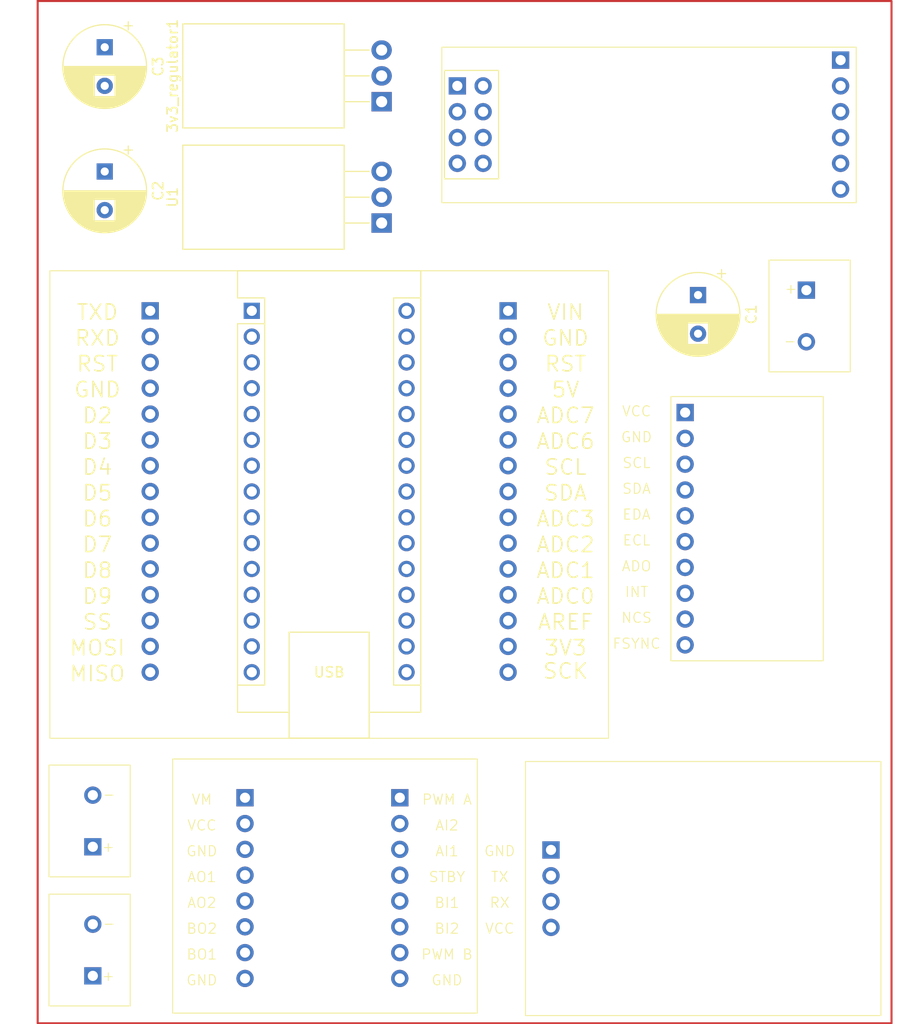
<source format=kicad_pcb>
(kicad_pcb (version 20240108) (generator "pcbnew") (generator_version "8.0")
  (layers (0 "F.Cu" signal) (31 "B.Cu" signal) (34 "B.Paste" user) (35 "F.Paste" user) (36 "B.SilkS" user "B.Silkscreen") (37 "F.SilkS" user "F.Silkscreen") (38 "B.Mask" user) (39 "F.Mask" user) (44 "Edge.Cuts" user))
  (net 0 "")
  (net 1 "Net-(3v3_regulator1-VO)")
  (net 2 "Net-(3v3_regulator1-GND)")
  (net 3 "Net-(3v3_regulator1-VI)")
  (net 4 "Net-(A1-D4)")
  (net 5 "Net-(A1-D11)")
  (net 6 "Net-(A1-A5)")
  (net 8 "Net-(A1-D6)")
  (net 11 "Net-(A1-D8)")
  (net 13 "Net-(A1-D9)")
  (net 16 "Net-(A1-D12)")
  (net 17 "Net-(A1-D2)")
  (net 19 "Net-(A1-VIN)")
  (net 20 "Net-(A1-D10)")
  (net 21 "Net-(A1-D7)")
  (net 24 "Net-(A1-A1)")
  (net 25 "Net-(A1-D3)")
  (net 27 "Net-(A1-D13)")
  (net 28 "Net-(A1-A4)")
  (net 29 "Net-(A1-A0)")
  (net 30 "Net-(A1-D5)")
  (net 34 "Net-(MOTOR_A1-Input)")
  (net 35 "Net-(MOTOR_A1-GND)")
  (net 36 "Net-(MOTOR_B1-Input)")
  (net 37 "Net-(MOTOR_B1-GND)")
  (footprint "Footprints_cez:Terminal" (layer "F.Cu") (at 84.425698 135.538 90)
    (property "Reference" "MOTOR_A1" (hide yes))
    (property "Value" "~")
    (fp_text user "+" (at -3.556 10.922 90) (layer "F.SilkS") (effects (font (thickness 0.1)) (justify left bottom)))
    (fp_text user "-" (at 2.794 11.176 180) (layer "F.SilkS") (effects (font (thickness 0.1)) (justify left bottom)))
    (pad "1" thru_hole rect (at -2.794 8.89 180) (size 1.7 1.7) (drill 1) (layers "*.Cu" "*.Mask") (net 34 "Net-(MOTOR_A1-Input)"))
    (pad "2" thru_hole oval (at 2.286 8.89 180) (size 1.7 1.7) (drill 1) (layers "*.Cu" "*.Mask") (net 35 "Net-(MOTOR_A1-GND)"))
  )
  (footprint "Package_TO_SOT_THT:TO-220-3_Horizontal_TabDown" (layer "F.Cu") (at 121.752 64.262 90)
    (property "Reference" "U1" (at 2.54 -20.58 270) (layer "F.SilkS"))
    (property "Value" "L7805")
    (pad "" np_thru_hole oval (at 2.54 -16.66 90) (size 3.5 3.5) (drill 3.5) (layers "*.Cu" "*.Mask"))
    (pad "1" thru_hole rect (at 0 0 90) (size 1.905 2) (drill 1.1) (layers "*.Cu" "*.Mask") (net 3 "Net-(3v3_regulator1-VI)"))
    (pad "2" thru_hole oval (at 2.54 0 90) (size 1.905 2) (drill 1.1) (layers "*.Cu" "*.Mask") (net 2 "Net-(3v3_regulator1-GND)"))
    (pad "3" thru_hole oval (at 5.08 0 90) (size 1.905 2) (drill 1.1) (layers "*.Cu" "*.Mask") (net 19 "Net-(A1-VIN)"))
  )
  (footprint "Footprints_cez:Terminal" (layer "F.Cu") (at 84.425698 122.838 90)
    (property "Reference" "MOTOR_B1" (hide yes))
    (property "Value" "~")
    (fp_text user "+" (at -3.556 10.922 90) (layer "F.SilkS") (effects (font (thickness 0.1)) (justify left bottom)))
    (fp_text user "-" (at 2.794 11.176 180) (layer "F.SilkS") (effects (font (thickness 0.1)) (justify left bottom)))
    (pad "1" thru_hole rect (at -2.794 8.89 180) (size 1.7 1.7) (drill 1) (layers "*.Cu" "*.Mask") (net 36 "Net-(MOTOR_B1-Input)"))
    (pad "2" thru_hole oval (at 2.286 8.89 180) (size 1.7 1.7) (drill 1) (layers "*.Cu" "*.Mask") (net 37 "Net-(MOTOR_B1-GND)"))
  )
  (footprint "Footprints_cez:GY-NEO6MV2" (layer "F.Cu") (at 153.898 114.81)
    (property "Reference" "GPS1" (hide yes))
    (property "Value" "~" (hide yes))
    (fp_text user "TX" (at -21.444953 14.37 0) (layer "F.SilkS") (effects (font (thickness 0.1)) (justify left bottom)))
    (fp_text user "GND" (at -22.111619 11.83 0) (layer "F.SilkS") (effects (font (thickness 0.1)) (justify left bottom)))
    (fp_text user "VCC" (at -22.016381 19.45 0) (layer "F.SilkS") (effects (font (thickness 0.1)) (justify left bottom)))
    (fp_text user "RX" (at -21.564 16.91 0) (layer "F.SilkS") (effects (font (thickness 0.1)) (justify left bottom)))
    (pad "" np_thru_hole circle (at -15.976 4.464) (size 3.2 3.2) (drill 3.2) (layers "F&B.Cu" "*.Mask"))
    (pad "" np_thru_hole circle (at -15.976 25.292) (size 3.2 3.2) (drill 3.2) (layers "F&B.Cu" "*.Mask"))
    (pad "" np_thru_hole circle (at 15.012 4.464) (size 3.2 3.2) (drill 3.2) (layers "F&B.Cu" "*.Mask"))
    (pad "" np_thru_hole circle (at 15.012 25.292) (size 3.2 3.2) (drill 3.2) (layers "F&B.Cu" "*.Mask"))
    (pad "1" thru_hole rect (at -15.468 11.132) (size 1.7 1.7) (drill 1) (layers "*.Cu" "*.Mask") (net 2 "Net-(3v3_regulator1-GND)"))
    (pad "2" thru_hole oval (at -15.468 13.672) (size 1.7 1.7) (drill 1) (layers "*.Cu" "*.Mask") (net 25 "Net-(A1-D3)"))
    (pad "3" thru_hole oval (at -15.468 16.212) (size 1.7 1.7) (drill 1) (layers "*.Cu" "*.Mask") (net 17 "Net-(A1-D2)"))
    (pad "4" thru_hole oval (at -15.468 18.752) (size 1.7 1.7) (drill 1) (layers "*.Cu" "*.Mask") (net 19 "Net-(A1-VIN)"))
  )
  (footprint "Footprints_cez:TB6612FNG" (layer "F.Cu") (at 116.175698 115.726)
    (property "Reference" "TB6612FNG1" (hide yes))
    (property "Value" "~" (hide yes))
    (fp_text user "BI1" (at 10.731429 16.002 0) (layer "F.SilkS") (effects (font (thickness 0.1)) (justify left bottom)))
    (fp_text user "PWM A" (at 9.493333 5.842 0) (layer "F.SilkS") (effects (font (thickness 0.1)) (justify left bottom)))
    (fp_text user "BI2" (at 10.731429 18.542 0) (layer "F.SilkS") (effects (font (thickness 0.1)) (justify left bottom)))
    (fp_text user "GND" (at -13.716 23.622 0) (layer "F.SilkS") (effects (font (thickness 0.1)) (justify left bottom)))
    (fp_text user "PWM B" (at 9.421905 21.082 0) (layer "F.SilkS") (effects (font (thickness 0.1)) (justify left bottom)))
    (fp_text user "GND" (at 10.421905 23.622 0) (layer "F.SilkS") (effects (font (thickness 0.1)) (justify left bottom)))
    (fp_text user "BO2\n" (at -13.692191 18.542 0) (layer "F.SilkS") (effects (font (thickness 0.1)) (justify left bottom)))
    (fp_text user "VM" (at -13.192191 5.842 0) (layer "F.SilkS") (effects (font (thickness 0.1)) (justify left bottom)))
    (fp_text user "AI2\n" (at 10.802857 8.382 0) (layer "F.SilkS") (effects (font (thickness 0.1)) (justify left bottom)))
    (fp_text user "AI1" (at 10.802857 10.922 0) (layer "F.SilkS") (effects (font (thickness 0.1)) (justify left bottom)))
    (fp_text user "BO1" (at -13.692191 21.082 0) (layer "F.SilkS") (effects (font (thickness 0.1)) (justify left bottom)))
    (fp_text user "VCC" (at -13.620762 8.382 0) (layer "F.SilkS") (effects (font (thickness 0.1)) (justify left bottom)))
    (fp_text user "AO2" (at -13.620762 16.002 0) (layer "F.SilkS") (effects (font (thickness 0.1)) (justify left bottom)))
    (fp_text user "STBY" (at 10.16 13.462 0) (layer "F.SilkS") (effects (font (thickness 0.1)) (justify left bottom)))
    (fp_text user "AO1" (at -13.620762 13.462 0) (layer "F.SilkS") (effects (font (thickness 0.1)) (justify left bottom)))
    (fp_text user "GND" (at -13.716 10.922 0) (layer "F.SilkS") (effects (font (thickness 0.1)) (justify left bottom)))
    (pad "1" thru_hole rect (at -7.874 5.08) (size 1.7 1.7) (drill 1) (layers "*.Cu" "*.Mask") (net 3 "Net-(3v3_regulator1-VI)"))
    (pad "2" thru_hole oval (at -7.874 7.62) (size 1.7 1.7) (drill 1) (layers "*.Cu" "*.Mask") (net 19 "Net-(A1-VIN)"))
    (pad "3" thru_hole oval (at -7.874 10.16) (size 1.7 1.7) (drill 1) (layers "*.Cu" "*.Mask") (net 2 "Net-(3v3_regulator1-GND)"))
    (pad "4" thru_hole oval (at -7.874 12.7) (size 1.7 1.7) (drill 1) (layers "*.Cu" "*.Mask") (net 37 "Net-(MOTOR_B1-GND)"))
    (pad "5" thru_hole oval (at -7.874 15.24) (size 1.7 1.7) (drill 1) (layers "*.Cu" "*.Mask") (net 36 "Net-(MOTOR_B1-Input)"))
    (pad "6" thru_hole oval (at -7.874 17.78) (size 1.7 1.7) (drill 1) (layers "*.Cu" "*.Mask") (net 35 "Net-(MOTOR_A1-GND)"))
    (pad "7" thru_hole oval (at -7.874 20.32) (size 1.7 1.7) (drill 1) (layers "*.Cu" "*.Mask") (net 34 "Net-(MOTOR_A1-Input)"))
    (pad "8" thru_hole oval (at -7.874 22.86) (size 1.7 1.7) (drill 1) (layers "*.Cu" "*.Mask") (net 2 "Net-(3v3_regulator1-GND)"))
    (pad "9" thru_hole rect (at 7.366 5.08) (size 1.7 1.7) (drill 1) (layers "*.Cu" "*.Mask") (net 29 "Net-(A1-A0)"))
    (pad "10" thru_hole oval (at 7.366 7.62) (size 1.7 1.7) (drill 1) (layers "*.Cu" "*.Mask") (net 4 "Net-(A1-D4)"))
    (pad "11" thru_hole oval (at 7.366 10.16) (size 1.7 1.7) (drill 1) (layers "*.Cu" "*.Mask") (net 30 "Net-(A1-D5)"))
    (pad "12" thru_hole oval (at 7.366 12.7) (size 1.7 1.7) (drill 1) (layers "*.Cu" "*.Mask") (net 20 "Net-(A1-D10)"))
    (pad "13" thru_hole oval (at 7.366 15.24) (size 1.7 1.7) (drill 1) (layers "*.Cu" "*.Mask") (net 8 "Net-(A1-D6)"))
    (pad "14" thru_hole oval (at 7.366 17.78) (size 1.7 1.7) (drill 1) (layers "*.Cu" "*.Mask") (net 21 "Net-(A1-D7)"))
    (pad "15" thru_hole oval (at 7.366 20.32) (size 1.7 1.7) (drill 1) (layers "*.Cu" "*.Mask") (net 24 "Net-(A1-A1)"))
    (pad "16" thru_hole oval (at 7.366 22.86) (size 1.7 1.7) (drill 1) (layers "*.Cu" "*.Mask") (net 2 "Net-(3v3_regulator1-GND)"))
  )
  (footprint "Capacitor_THT:CP_Radial_D8.0mm_P3.80mm" (layer "F.Cu") (at 94.488 59.192 -90)
    (property "Reference" "C2" (at 1.9 -5.25 90) (layer "F.SilkS"))
    (property "Value" "C_Polarized")
    (pad "1" thru_hole rect (at 0 0 270) (size 1.6 1.6) (drill 0.8) (layers "*.Cu" "*.Mask") (net 19 "Net-(A1-VIN)"))
    (pad "2" thru_hole circle (at 3.8 0 270) (size 1.6 1.6) (drill 0.8) (layers "*.Cu" "*.Mask") (net 2 "Net-(3v3_regulator1-GND)"))
  )
  (footprint "Package_TO_SOT_THT:TO-220-3_Horizontal_TabDown" (layer "F.Cu") (at 121.752 52.324 90)
    (property "Reference" "3v3_regulator1" (at 2.54 -20.58 270) (layer "F.SilkS"))
    (property "Value" "LD1117V33")
    (pad "" np_thru_hole oval (at 2.54 -16.66 90) (size 3.5 3.5) (drill 3.5) (layers "*.Cu" "*.Mask"))
    (pad "1" thru_hole rect (at 0 0 90) (size 1.905 2) (drill 1.1) (layers "*.Cu" "*.Mask") (net 2 "Net-(3v3_regulator1-GND)"))
    (pad "2" thru_hole oval (at 2.54 0 90) (size 1.905 2) (drill 1.1) (layers "*.Cu" "*.Mask") (net 1 "Net-(3v3_regulator1-VO)"))
    (pad "3" thru_hole oval (at 5.08 0 90) (size 1.905 2) (drill 1.1) (layers "*.Cu" "*.Mask") (net 3 "Net-(3v3_regulator1-VI)"))
  )
  (footprint "Footprints_cez:MPU6500" (layer "F.Cu") (at 156.876857 76.762)
    (property "Reference" "MPU1" (hide yes))
    (property "Value" "~" (hide yes))
    (fp_text user "EDA" (at -11.469809 16.764 0) (layer "F.SilkS") (effects (font (thickness 0.1)) (justify left bottom)))
    (fp_text user "ADO" (at -11.541238 21.844 0) (layer "F.SilkS") (effects (font (thickness 0.1)) (justify left bottom)))
    (fp_text user "FSYNC" (at -12.446 29.464 0) (layer "F.SilkS") (effects (font (thickness 0.1)) (justify left bottom)))
    (fp_text user "ECL" (at -11.446 19.304 0) (layer "F.SilkS") (effects (font (thickness 0.1)) (justify left bottom)))
    (fp_text user "INT" (at -11.231714 24.384 0) (layer "F.SilkS") (effects (font (thickness 0.1)) (justify left bottom)))
    (fp_text user "SCL" (at -11.469809 11.684 0) (layer "F.SilkS") (effects (font (thickness 0.1)) (justify left bottom)))
    (fp_text user "VCC" (at -11.517428 6.604 0) (layer "F.SilkS") (effects (font (thickness 0.1)) (justify left bottom)))
    (fp_text user "GND" (at -11.612666 9.144 0) (layer "F.SilkS") (effects (font (thickness 0.1)) (justify left bottom)))
    (fp_text user "SDA" (at -11.493619 14.224 0) (layer "F.SilkS") (effects (font (thickness 0.1)) (justify left bottom)))
    (fp_text user "NCS" (at -11.588857 26.924 0) (layer "F.SilkS") (effects (font (thickness 0.1)) (justify left bottom)))
    (pad "" np_thru_hole circle (at 6.699143 6.604) (size 2.7 2.7) (drill 2.7) (layers "F&B.Cu" "*.Mask"))
    (pad "" np_thru_hole circle (at 6.699143 28.448) (size 2.7 2.7) (drill 2.7) (layers "F&B.Cu" "*.Mask"))
    (pad "1" thru_hole rect (at -5.238857 6.147) (size 1.7 1.7) (drill 1) (layers "*.Cu" "*.Mask") (net 19 "Net-(A1-VIN)"))
    (pad "2" thru_hole oval (at -5.238857 8.687) (size 1.7 1.7) (drill 1) (layers "*.Cu" "*.Mask") (net 2 "Net-(3v3_regulator1-GND)"))
    (pad "3" thru_hole oval (at -5.238857 11.227) (size 1.7 1.7) (drill 1) (layers "*.Cu" "*.Mask") (net 6 "Net-(A1-A5)"))
    (pad "4" thru_hole oval (at -5.238857 13.767) (size 1.7 1.7) (drill 1) (layers "*.Cu" "*.Mask") (net 28 "Net-(A1-A4)"))
    (pad "5" thru_hole oval (at -5.238857 16.307) (size 1.7 1.7) (drill 1) (layers "*.Cu" "*.Mask"))
    (pad "6" thru_hole oval (at -5.238857 18.847) (size 1.7 1.7) (drill 1) (layers "*.Cu" "*.Mask"))
    (pad "7" thru_hole oval (at -5.238857 21.387) (size 1.7 1.7) (drill 1) (layers "*.Cu" "*.Mask"))
    (pad "8" thru_hole oval (at -5.238857 23.927) (size 1.7 1.7) (drill 1) (layers "*.Cu" "*.Mask"))
    (pad "9" thru_hole oval (at -5.238857 26.467) (size 1.7 1.7) (drill 1) (layers "*.Cu" "*.Mask"))
    (pad "10" thru_hole oval (at -5.238857 29.007) (size 1.7 1.7) (drill 1) (layers "*.Cu" "*.Mask"))
  )
  (footprint "Footprints_cez:Terminal" (layer "F.Cu") (at 172.466 73.66 -90)
    (property "Reference" "POWER_INPUT1" (hide yes))
    (property "Value" "~")
    (fp_text user "-" (at 2.794 11.176 0) (layer "F.SilkS") (effects (font (thickness 0.1)) (justify left bottom)))
    (fp_text user "+" (at -3.556 10.922 -90) (layer "F.SilkS") (effects (font (thickness 0.1)) (justify left bottom)))
    (pad "1" thru_hole rect (at -2.794 8.89) (size 1.7 1.7) (drill 1) (layers "*.Cu" "*.Mask") (net 3 "Net-(3v3_regulator1-VI)"))
    (pad "2" thru_hole oval (at 2.286 8.89) (size 1.7 1.7) (drill 1) (layers "*.Cu" "*.Mask") (net 2 "Net-(3v3_regulator1-GND)"))
  )
  (footprint "Capacitor_THT:CP_Radial_D8.0mm_P3.80mm" (layer "F.Cu") (at 94.488 46.965349 -90)
    (property "Reference" "C3" (at 1.9 -5.25 90) (layer "F.SilkS"))
    (property "Value" "C_Polarized")
    (pad "1" thru_hole rect (at 0 0 270) (size 1.6 1.6) (drill 0.8) (layers "*.Cu" "*.Mask") (net 1 "Net-(3v3_regulator1-VO)"))
    (pad "2" thru_hole circle (at 3.8 0 270) (size 1.6 1.6) (drill 0.8) (layers "*.Cu" "*.Mask") (net 2 "Net-(3v3_regulator1-GND)"))
  )
  (footprint "Capacitor_THT:CP_Radial_D8.0mm_P3.80mm" (layer "F.Cu") (at 152.908 71.349349 -90)
    (property "Reference" "C1" (at 1.9 -5.25 90) (layer "F.SilkS"))
    (property "Value" "C_Polarized")
    (pad "1" thru_hole rect (at 0 0 270) (size 1.6 1.6) (drill 0.8) (layers "*.Cu" "*.Mask") (net 3 "Net-(3v3_regulator1-VI)"))
    (pad "2" thru_hole circle (at 3.8 0 270) (size 1.6 1.6) (drill 0.8) (layers "*.Cu" "*.Mask") (net 2 "Net-(3v3_regulator1-GND)"))
  )
  (footprint "Footprints_cez:Arduino nano breakout" (layer "F.Cu") (at 108.966 72.898)
    (property "Reference" "A1" (hide yes))
    (property "Value" "Arduino_Nano_v3.x")
    (fp_text user "D2" (at -16.763857 11.176 0) (layer "F.SilkS") (effects (font (size 1.5 1.5)) (justify left bottom)))
    (fp_text user "D8\n" (at -16.763857 26.416 0) (layer "F.SilkS") (effects (font (size 1.5 1.5)) (justify left bottom)))
    (fp_text user "RXD" (at -17.513857 3.556 0) (layer "F.SilkS") (effects (font (size 1.5 1.5)) (justify left bottom)))
    (fp_text user "SDA" (at 28.690143 18.796 0) (layer "F.SilkS") (effects (font (size 1.5 1.5)) (justify left bottom)))
    (fp_text user "TXD" (at -17.335286 1.016 0) (layer "F.SilkS") (effects (font (size 1.5 1.5)) (justify left bottom)))
    (fp_text user "MISO" (at -18.013858 36.576 0) (layer "F.SilkS") (effects (font (size 1.5 1.5)) (justify left bottom)))
    (fp_text user "D4" (at -16.763857 16.256 0) (layer "F.SilkS") (effects (font (size 1.5 1.5)) (justify left bottom)))
    (fp_text user "D9\n" (at -16.763857 28.956 0) (layer "F.SilkS") (effects (font (size 1.5 1.5)) (justify left bottom)))
    (fp_text user "ADC1\n" (at 27.940143 26.416 0) (layer "F.SilkS") (effects (font (size 1.5 1.5)) (justify left bottom)))
    (fp_text user "ADC6" (at 27.940143 13.716 0) (layer "F.SilkS") (effects (font (size 1.5 1.5)) (justify left bottom)))
    (fp_text user "ADC2" (at 27.940143 23.876 0) (layer "F.SilkS") (effects (font (size 1.5 1.5)) (justify left bottom)))
    (fp_text user "ADC7" (at 27.940143 11.176 0) (layer "F.SilkS") (effects (font (size 1.5 1.5)) (justify left bottom)))
    (fp_text user "RST" (at 28.761571 6.096 0) (layer "F.SilkS") (effects (font (size 1.5 1.5)) (justify left bottom)))
    (fp_text user "ADC3" (at 27.940143 21.336 0) (layer "F.SilkS") (effects (font (size 1.5 1.5)) (justify left bottom)))
    (fp_text user "ADC0" (at 27.940143 28.956 0) (layer "F.SilkS") (effects (font (size 1.5 1.5)) (justify left bottom)))
    (fp_text user "3V3" (at 28.725857 34.036 0) (layer "F.SilkS") (effects (font (size 1.5 1.5)) (justify left bottom)))
    (fp_text user "AREF" (at 28.083 31.496 0) (layer "F.SilkS") (effects (font (size 1.5 1.5)) (justify left bottom)))
    (fp_text user "SCL" (at 28.725857 16.256 0) (layer "F.SilkS") (effects (font (size 1.5 1.5)) (justify left bottom)))
    (fp_text user "USB" (at 7.62 35.56 0) (layer "F.SilkS"))
    (fp_text user "GND" (at 28.511571 3.556 0) (layer "F.SilkS") (effects (font (size 1.5 1.5)) (justify left bottom)))
    (fp_text user "MOSI" (at -18.013858 34.036 0) (layer "F.SilkS") (effects (font (size 1.5 1.5)) (justify left bottom)))
    (fp_text user "D3" (at -16.763857 13.716 0) (layer "F.SilkS") (effects (font (size 1.5 1.5)) (justify left bottom)))
    (fp_text user "SS" (at -16.728143 31.496 0) (layer "F.SilkS") (effects (font (size 1.5 1.5)) (justify left bottom)))
    (fp_text user "GND" (at -17.585286 8.636 0) (layer "F.SilkS") (effects (font (size 1.5 1.5)) (justify left bottom)))
    (fp_text user "5V" (at 29.440143 8.636 0) (layer "F.SilkS") (effects (font (size 1.5 1.5)) (justify left bottom)))
    (fp_text user "VIN" (at 29.011571 1.016 0) (layer "F.SilkS") (effects (font (size 1.5 1.5)) (justify left bottom)))
    (fp_text user "RST" (at -17.335286 6.096 0) (layer "F.SilkS") (effects (font (size 1.5 1.5)) (justify left bottom)))
    (fp_text user "D5\n" (at -16.763857 18.796 0) (layer "F.SilkS") (effects (font (size 1.5 1.5)) (justify left bottom)))
    (fp_text user "D7\n" (at -16.763857 23.876 0) (layer "F.SilkS") (effects (font (size 1.5 1.5)) (justify left bottom)))
    (fp_text user "D6\n" (at -16.763857 21.336 0) (layer "F.SilkS") (effects (font (size 1.5 1.5)) (justify left bottom)))
    (fp_text user "SCK" (at 28.583 36.322 0) (layer "F.SilkS") (effects (font (size 1.5 1.5)) (justify left bottom)))
    (pad "1" thru_hole rect (at -9.999857 0) (size 1.7 1.7) (drill 1) (layers "*.Cu" "*.Mask"))
    (pad "1" thru_hole rect (at 0 0) (size 1.6 1.6) (drill 1) (layers "*.Cu" "*.Mask"))
    (pad "2" thru_hole oval (at -9.999857 2.54) (size 1.7 1.7) (drill 1) (layers "*.Cu" "*.Mask"))
    (pad "2" thru_hole oval (at 0 2.54) (size 1.6 1.6) (drill 1) (layers "*.Cu" "*.Mask"))
    (pad "3" thru_hole oval (at -9.999857 5.08) (size 1.7 1.7) (drill 1) (layers "*.Cu" "*.Mask"))
    (pad "3" thru_hole oval (at 0 5.08) (size 1.6 1.6) (drill 1) (layers "*.Cu" "*.Mask"))
    (pad "4" thru_hole oval (at -9.999857 7.62) (size 1.7 1.7) (drill 1) (layers "*.Cu" "*.Mask"))
    (pad "4" thru_hole oval (at 0 7.62) (size 1.6 1.6) (drill 1) (layers "*.Cu" "*.Mask"))
    (pad "5" thru_hole oval (at -9.999857 10.16) (size 1.7 1.7) (drill 1) (layers "*.Cu" "*.Mask") (net 17 "Net-(A1-D2)"))
    (pad "5" thru_hole oval (at 0 10.16) (size 1.6 1.6) (drill 1) (layers "*.Cu" "*.Mask") (net 17 "Net-(A1-D2)"))
    (pad "6" thru_hole oval (at -9.999857 12.7) (size 1.7 1.7) (drill 1) (layers "*.Cu" "*.Mask") (net 25 "Net-(A1-D3)"))
    (pad "6" thru_hole oval (at 0 12.7) (size 1.6 1.6) (drill 1) (layers "*.Cu" "*.Mask") (net 25 "Net-(A1-D3)"))
    (pad "7" thru_hole oval (at -9.999857 15.24) (size 1.7 1.7) (drill 1) (layers "*.Cu" "*.Mask") (net 4 "Net-(A1-D4)"))
    (pad "7" thru_hole oval (at 0 15.24) (size 1.6 1.6) (drill 1) (layers "*.Cu" "*.Mask") (net 4 "Net-(A1-D4)"))
    (pad "8" thru_hole oval (at -9.999857 17.78) (size 1.7 1.7) (drill 1) (layers "*.Cu" "*.Mask") (net 30 "Net-(A1-D5)"))
    (pad "8" thru_hole oval (at 0 17.78) (size 1.6 1.6) (drill 1) (layers "*.Cu" "*.Mask") (net 30 "Net-(A1-D5)"))
    (pad "9" thru_hole oval (at -9.999857 20.32) (size 1.7 1.7) (drill 1) (layers "*.Cu" "*.Mask") (net 8 "Net-(A1-D6)"))
    (pad "9" thru_hole oval (at 0 20.32) (size 1.6 1.6) (drill 1) (layers "*.Cu" "*.Mask") (net 8 "Net-(A1-D6)"))
    (pad "10" thru_hole oval (at -9.999857 22.86) (size 1.7 1.7) (drill 1) (layers "*.Cu" "*.Mask") (net 21 "Net-(A1-D7)"))
    (pad "10" thru_hole oval (at 0 22.86) (size 1.6 1.6) (drill 1) (layers "*.Cu" "*.Mask") (net 21 "Net-(A1-D7)"))
    (pad "11" thru_hole oval (at -9.999857 25.4) (size 1.7 1.7) (drill 1) (layers "*.Cu" "*.Mask") (net 11 "Net-(A1-D8)"))
    (pad "11" thru_hole oval (at 0 25.4) (size 1.6 1.6) (drill 1) (layers "*.Cu" "*.Mask") (net 11 "Net-(A1-D8)"))
    (pad "12" thru_hole oval (at -9.999857 27.94) (size 1.7 1.7) (drill 1) (layers "*.Cu" "*.Mask") (net 13 "Net-(A1-D9)"))
    (pad "12" thru_hole oval (at 0 27.94) (size 1.6 1.6) (drill 1) (layers "*.Cu" "*.Mask") (net 13 "Net-(A1-D9)"))
    (pad "13" thru_hole oval (at -9.999857 30.48) (size 1.7 1.7) (drill 1) (layers "*.Cu" "*.Mask") (net 20 "Net-(A1-D10)"))
    (pad "13" thru_hole oval (at 0 30.48) (size 1.6 1.6) (drill 1) (layers "*.Cu" "*.Mask") (net 20 "Net-(A1-D10)"))
    (pad "14" thru_hole oval (at -9.999857 33.02) (size 1.7 1.7) (drill 1) (layers "*.Cu" "*.Mask") (net 5 "Net-(A1-D11)"))
    (pad "14" thru_hole oval (at 0 33.02) (size 1.6 1.6) (drill 1) (layers "*.Cu" "*.Mask") (net 5 "Net-(A1-D11)"))
    (pad "15" thru_hole oval (at -9.999857 35.56) (size 1.7 1.7) (drill 1) (layers "*.Cu" "*.Mask") (net 16 "Net-(A1-D12)"))
    (pad "15" thru_hole oval (at 0 35.56) (size 1.6 1.6) (drill 1) (layers "*.Cu" "*.Mask") (net 16 "Net-(A1-D12)"))
    (pad "16" thru_hole oval (at 15.24 35.56) (size 1.6 1.6) (drill 1) (layers "*.Cu" "*.Mask") (net 27 "Net-(A1-D13)"))
    (pad "16" thru_hole oval (at 25.240143 35.56) (size 1.7 1.7) (drill 1) (layers "*.Cu" "*.Mask") (net 27 "Net-(A1-D13)"))
    (pad "17" thru_hole oval (at 15.24 33.02) (size 1.6 1.6) (drill 1) (layers "*.Cu" "*.Mask"))
    (pad "17" thru_hole oval (at 25.240143 33.02) (size 1.7 1.7) (drill 1) (layers "*.Cu" "*.Mask"))
    (pad "18" thru_hole oval (at 15.24 30.48) (size 1.6 1.6) (drill 1) (layers "*.Cu" "*.Mask"))
    (pad "18" thru_hole oval (at 25.240143 30.48) (size 1.7 1.7) (drill 1) (layers "*.Cu" "*.Mask"))
    (pad "19" thru_hole oval (at 15.24 27.94) (size 1.6 1.6) (drill 1) (layers "*.Cu" "*.Mask") (net 29 "Net-(A1-A0)"))
    (pad "19" thru_hole oval (at 25.240143 27.94) (size 1.7 1.7) (drill 1) (layers "*.Cu" "*.Mask") (net 29 "Net-(A1-A0)"))
    (pad "20" thru_hole oval (at 15.24 25.4) (size 1.6 1.6) (drill 1) (layers "*.Cu" "*.Mask") (net 24 "Net-(A1-A1)"))
    (pad "20" thru_hole oval (at 25.240143 25.4) (size 1.7 1.7) (drill 1) (layers "*.Cu" "*.Mask") (net 24 "Net-(A1-A1)"))
    (pad "21" thru_hole oval (at 15.24 22.86) (size 1.6 1.6) (drill 1) (layers "*.Cu" "*.Mask"))
    (pad "21" thru_hole oval (at 25.240143 22.86) (size 1.7 1.7) (drill 1) (layers "*.Cu" "*.Mask"))
    (pad "22" thru_hole oval (at 15.24 20.32) (size 1.6 1.6) (drill 1) (layers "*.Cu" "*.Mask"))
    (pad "22" thru_hole oval (at 25.240143 20.32) (size 1.7 1.7) (drill 1) (layers "*.Cu" "*.Mask"))
    (pad "23" thru_hole oval (at 15.24 17.78) (size 1.6 1.6) (drill 1) (layers "*.Cu" "*.Mask") (net 28 "Net-(A1-A4)"))
    (pad "23" thru_hole oval (at 25.240143 17.78) (size 1.7 1.7) (drill 1) (layers "*.Cu" "*.Mask") (net 28 "Net-(A1-A4)"))
    (pad "24" thru_hole oval (at 15.24 15.24) (size 1.6 1.6) (drill 1) (layers "*.Cu" "*.Mask") (net 6 "Net-(A1-A5)"))
    (pad "24" thru_hole oval (at 25.240143 15.24) (size 1.7 1.7) (drill 1) (layers "*.Cu" "*.Mask") (net 6 "Net-(A1-A5)"))
    (pad "25" thru_hole oval (at 15.24 12.7) (size 1.6 1.6) (drill 1) (layers "*.Cu" "*.Mask"))
    (pad "25" thru_hole oval (at 25.240143 12.7) (size 1.7 1.7) (drill 1) (layers "*.Cu" "*.Mask"))
    (pad "26" thru_hole oval (at 15.24 10.16) (size 1.6 1.6) (drill 1) (layers "*.Cu" "*.Mask"))
    (pad "26" thru_hole oval (at 25.240143 10.16) (size 1.7 1.7) (drill 1) (layers "*.Cu" "*.Mask"))
    (pad "27" thru_hole oval (at 15.24 7.62) (size 1.6 1.6) (drill 1) (layers "*.Cu" "*.Mask"))
    (pad "27" thru_hole oval (at 25.240143 7.62) (size 1.7 1.7) (drill 1) (layers "*.Cu" "*.Mask"))
    (pad "28" thru_hole oval (at 15.24 5.08) (size 1.6 1.6) (drill 1) (layers "*.Cu" "*.Mask"))
    (pad "28" thru_hole oval (at 25.240143 5.08) (size 1.7 1.7) (drill 1) (layers "*.Cu" "*.Mask"))
    (pad "29" thru_hole oval (at 15.24 2.54) (size 1.6 1.6) (drill 1) (layers "*.Cu" "*.Mask"))
    (pad "29" thru_hole oval (at 25.240143 2.54) (size 1.7 1.7) (drill 1) (layers "*.Cu" "*.Mask"))
    (pad "30" thru_hole oval (at 15.24 0) (size 1.6 1.6) (drill 1) (layers "*.Cu" "*.Mask") (net 19 "Net-(A1-VIN)"))
    (pad "30" thru_hole rect (at 25.240143 0) (size 1.7 1.7) (drill 1) (layers "*.Cu" "*.Mask") (net 19 "Net-(A1-VIN)"))
  )
  (footprint "Footprints_cez:nRF24L01_big" (layer "F.Cu") (at 129.206 50.77)
    (property "Reference" "NRF1" (hide yes))
    (property "Value" "NRF24L01_Big" (hide yes))
    (pad "0" thru_hole rect (at 37.738 -2.54) (size 1.7 1.7) (drill 1) (layers "*.Cu" "*.Mask"))
    (pad "0" thru_hole oval (at 37.738 0) (size 1.7 1.7) (drill 1) (layers "*.Cu" "*.Mask"))
    (pad "0" thru_hole oval (at 37.738 2.54) (size 1.7 1.7) (drill 1) (layers "*.Cu" "*.Mask"))
    (pad "0" thru_hole oval (at 37.738 5.08) (size 1.7 1.7) (drill 1) (layers "*.Cu" "*.Mask"))
    (pad "0" thru_hole oval (at 37.738 7.62) (size 1.7 1.7) (drill 1) (layers "*.Cu" "*.Mask"))
    (pad "0" thru_hole oval (at 37.738 10.16) (size 1.7 1.7) (drill 1) (layers "*.Cu" "*.Mask"))
    (pad "1" thru_hole rect (at 0 0) (size 1.7 1.7) (drill 1) (layers "*.Cu" "*.Mask") (net 2 "Net-(3v3_regulator1-GND)"))
    (pad "2" thru_hole circle (at 2.54 0) (size 1.7 1.7) (drill 1) (layers "*.Cu" "*.Mask") (net 1 "Net-(3v3_regulator1-VO)"))
    (pad "3" thru_hole circle (at 0 2.54) (size 1.7 1.7) (drill 1) (layers "*.Cu" "*.Mask") (net 11 "Net-(A1-D8)"))
    (pad "4" thru_hole circle (at 2.54 2.54) (size 1.7 1.7) (drill 1) (layers "*.Cu" "*.Mask") (net 13 "Net-(A1-D9)"))
    (pad "5" thru_hole circle (at 0 5.08) (size 1.7 1.7) (drill 1) (layers "*.Cu" "*.Mask") (net 27 "Net-(A1-D13)"))
    (pad "6" thru_hole circle (at 2.54 5.08) (size 1.7 1.7) (drill 1) (layers "*.Cu" "*.Mask") (net 5 "Net-(A1-D11)"))
    (pad "7" thru_hole circle (at 0 7.62) (size 1.7 1.7) (drill 1) (layers "*.Cu" "*.Mask") (net 16 "Net-(A1-D12)"))
    (pad "8" thru_hole circle (at 2.54 7.62) (size 1.7 1.7) (drill 1) (layers "*.Cu" "*.Mask"))
  )
  (gr_rect (start 87.884 42.418) (end 171.958 143.002) (stroke (width 0.2)) (fill none) (layer "F.Cu"))
)
</source>
